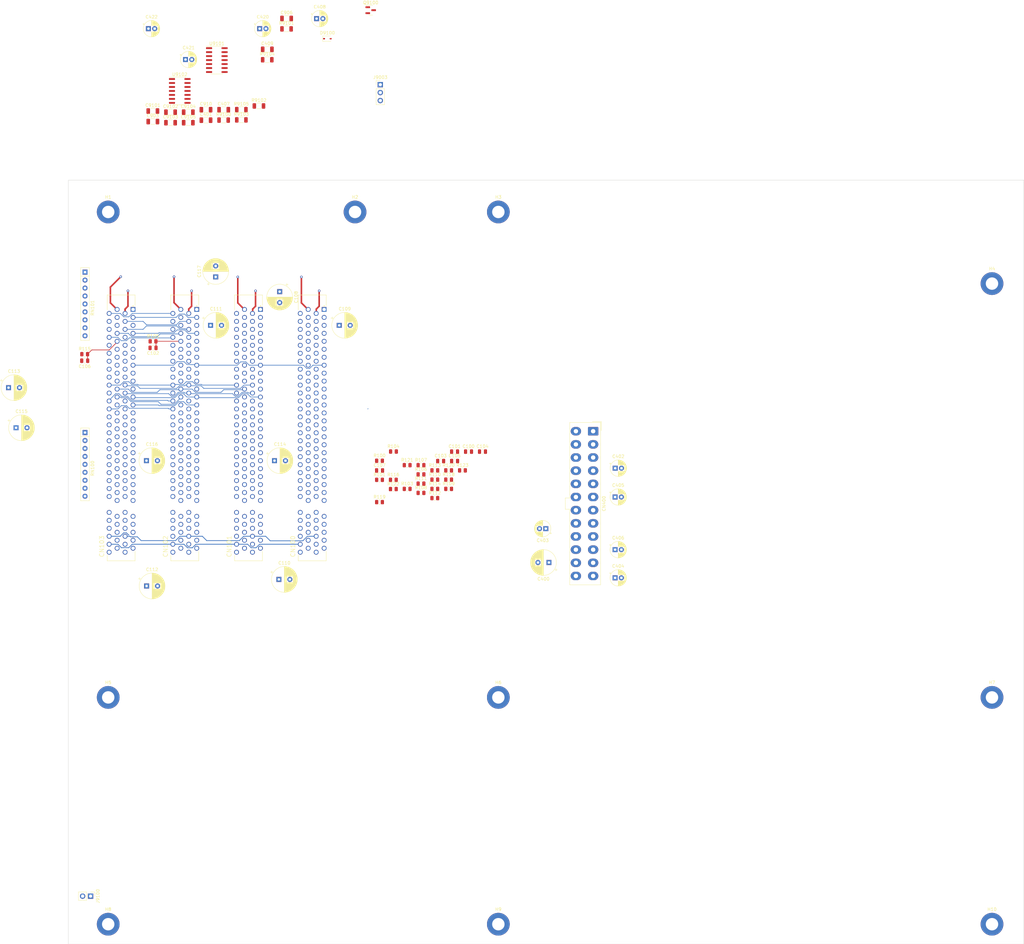
<source format=kicad_pcb>
(kicad_pcb (version 20221018) (generator pcbnew)
  (title_block (title "A2900") (date "2023-02-24") (rev "0"))
  (layers (0 "F.Cu" signal) (1 "In1.Cu" signal) (2 "In2.Cu" signal) (31 "B.Cu" signal) (34 "B.Paste" user) (35 "F.Paste" user) (36 "B.SilkS" user "B.Silkscreen") (37 "F.SilkS" user "F.Silkscreen") (38 "B.Mask" user) (39 "F.Mask" user) (44 "Edge.Cuts" user))
  (net 0 "")
  (net 1 "Net-(C100-Pad1)")
  (net 2 "GND")
  (net 3 "Net-(C101-Pad1)")
  (net 4 "Net-(C102-Pad1)")
  (net 5 "Net-(C103-Pad1)")
  (net 6 "Net-(C104-Pad1)")
  (net 7 "Net-(C105-Pad1)")
  (net 8 "Net-(C106-Pad1)")
  (net 9 "Net-(C107-Pad1)")
  (net 10 "+12V")
  (net 11 "+5V")
  (net 12 "+3V3")
  (net 13 "-12V")
  (net 14 "/Power and Spares/+5VSB")
  (net 15 "Net-(C9103-Pad1)")
  (net 16 "Net-(C9104-Pad1)")
  (net 17 "Net-(C9105-Pad1)")
  (net 18 "/PCI Bus/_TRST")
  (net 19 "/PCI Bus/TMS")
  (net 20 "/PCI Bus/TDI")
  (net 21 "_INTA")
  (net 22 "_INTC")
  (net 26 "_PRST")
  (net 27 "_BUSGRANT0")
  (net 29 "AD30")
  (net 30 "AD28")
  (net 31 "AD26")
  (net 32 "AD24")
  (net 33 "_IDSEL0")
  (net 34 "AD22")
  (net 35 "AD20")
  (net 36 "AD18")
  (net 37 "AD16")
  (net 38 "_FRAME")
  (net 39 "_TRDY")
  (net 40 "_STOP")
  (net 41 "Net-(CN100-PadA40)")
  (net 42 "Net-(CN100-PadA41)")
  (net 43 "_PARITY")
  (net 44 "AD15")
  (net 45 "AD13")
  (net 46 "AD11")
  (net 47 "/PCI Bus/AD09")
  (net 48 "_CBE0")
  (net 49 "/PCI Bus/AD06")
  (net 50 "/PCI Bus/AD04")
  (net 51 "/PCI Bus/AD02")
  (net 52 "/PCI Bus/AD00")
  (net 53 "/PCI Bus/_REQ0")
  (net 54 "/PCI Bus/TCK")
  (net 56 "_INTB")
  (net 57 "_INTD")
  (net 60 "CLKPCI")
  (net 61 "_BUSREQ0")
  (net 62 "AD31")
  (net 63 "AD29")
  (net 64 "AD27")
  (net 65 "AD25")
  (net 66 "_CBE3")
  (net 67 "AD23")
  (net 68 "AD21")
  (net 69 "AD19")
  (net 70 "AD17")
  (net 71 "_CBE2")
  (net 72 "_IRDY")
  (net 73 "_DEVSEL")
  (net 75 "_PERR")
  (net 76 "_SYSERR")
  (net 77 "_CBE1")
  (net 78 "AD14")
  (net 79 "AD12")
  (net 80 "AD10")
  (net 81 "/PCI Bus/AD08")
  (net 82 "/PCI Bus/AD07")
  (net 83 "/PCI Bus/AD05")
  (net 84 "/PCI Bus/AD03")
  (net 85 "/PCI Bus/AD01")
  (net 86 "/PCI Bus/_ACK64")
  (net 90 "_BUSGRANT1")
  (net 92 "_IDSEL1")
  (net 93 "Net-(CN101-PadA40)")
  (net 94 "Net-(CN101-PadA41)")
  (net 95 "/PCI Bus/_REQ1")
  (net 99 "_BUSREQ1")
  (net 104 "_BUSGRANT2")
  (net 106 "_IDSEL2")
  (net 107 "Net-(CN102-PadA40)")
  (net 108 "Net-(CN102-PadA41)")
  (net 109 "/PCI Bus/_REQ2")
  (net 113 "_BUSREQ2")
  (net 118 "_BUSGRANT3")
  (net 120 "_IDSEL3")
  (net 121 "Net-(CN103-PadA40)")
  (net 122 "Net-(CN103-PadA41)")
  (net 123 "/PCI Bus/_REQ3")
  (net 127 "_BUSREQ3")
  (net 130 "/Power and Spares/_PS-ON")
  (net 132 "Net-(D9100-Pad2)")
  (net 134 "Net-(Q9100-Pad1)")
  (net 135 "Net-(R9104-Pad2)")
  (net 136 "/PCI Bus/_SERR")
  (net 137 "/PCI Bus/_LOCK")
  (net 139 "Net-(U9101-Pad2)")
  (net 140 "Net-(U9101-Pad4)")
  (net 141 "Net-(U9101-Pad6)")
  (net 142 "Net-(U9101-Pad8)")
  (footprint "Resistor_THT:R_Array_SIP9" (layer "F.Cu") (at 132.3 166.925 -90)
    (fp_text reference "RN100")
    (fp_text value "2k7")
  )
  (footprint "Connector_PinHeader_2.54mm:PinHeader_1x03_P2.54mm_Vertical" (layer "F.Cu") (at 226.5 55.875)
    (fp_text reference "J9003")
    (fp_text value "Case Fan")
  )
  (footprint "A2900:PCI-5V" (layer "F.Cu") (at 143.8148 165.745)
    (fp_text reference "CN103")
    (fp_text value "PCI32-5V")
  )
  (footprint "Capacitor_THT:CP_Radial_D8.0mm_P3.50mm" (layer "F.Cu") (at 151.947349 215.9)
    (fp_text reference "C112")
    (fp_text value "220uF")
  )
  (footprint "Resistor_SMD:R_0805_2012Metric" (layer "F.Cu") (at 235.07 177.33)
    (fp_text reference "R121")
    (fp_text value "2k7")
  )
  (footprint "Resistor_SMD:R_0805_2012Metric" (layer "F.Cu") (at 230.7 172.98)
    (fp_text reference "R104")
    (fp_text value "2k7")
  )
  (footprint "Capacitor_SMD:C_1206_3216Metric" (layer "F.Cu") (at 159.592 68.02)
    (fp_text reference "C9103")
    (fp_text value "10uF")
  )
  (footprint "Capacitor_SMD:C_1206_3216Metric" (layer "F.Cu") (at 190.452 44.61)
    (fp_text reference "C409")
    (fp_text value "0.1uf")
  )
  (footprint "Resistor_SMD:R_0805_2012Metric" (layer "F.Cu") (at 252.71 179)
    (fp_text reference "R123")
    (fp_text value "2k7")
  )
  (footprint "Capacitor_SMD:C_0805_2012Metric" (layer "F.Cu") (at 226.27 179.03)
    (fp_text reference "C107")
    (fp_text value "0.01uF")
  )
  (footprint "Capacitor_SMD:C_1206_3216Metric" (layer "F.Cu") (at 196.612 34.76)
    (fp_text reference "C906")
    (fp_text value "0.1uf")
  )
  (footprint "Capacitor_SMD:C_0805_2012Metric" (layer "F.Cu") (at 245.75 176.02)
    (fp_text reference "C103")
    (fp_text value "0.01uF")
  )
  (footprint "A2900:MountingHole_Pad" (layer "F.Cu") (at 264.16 251.46)
    (fp_text reference "H6")
    (fp_text value "MountingHole_Pad")
  )
  (footprint "Capacitor_SMD:C_0805_2012Metric" (layer "F.Cu") (at 254.65 173.01)
    (fp_text reference "C100")
    (fp_text value "0.01uF")
  )
  (footprint "Capacitor_SMD:C_1206_3216Metric" (layer "F.Cu") (at 170.892 67.22)
    (fp_text reference "C401")
    (fp_text value "0.01uf")
  )
  (footprint "Capacitor_THT:CP_Radial_D5.0mm_P2.00mm" (layer "F.Cu") (at 301.434664 178.3)
    (fp_text reference "C402")
    (fp_text value "47uF")
  )
  (footprint "Resistor_SMD:R_0805_2012Metric" (layer "F.Cu") (at 226.25 182.01)
    (fp_text reference "R101")
    (fp_text value "2k7")
  )
  (footprint "A2900:MountingHole_Pad" (layer "F.Cu") (at 264.16 323.85)
    (fp_text reference "H9")
    (fp_text value "MountingHole_Pad")
  )
  (footprint "Resistor_SMD:R_0805_2012Metric" (layer "F.Cu") (at 239.48 180.28)
    (fp_text reference "R106")
    (fp_text value "2k7")
  )
  (footprint "Capacitor_SMD:C_0805_2012Metric" (layer "F.Cu") (at 250.2 176.02)
    (fp_text reference "C105")
    (fp_text value "0.01uF")
  )
  (footprint "Capacitor_SMD:C_1206_3216Metric" (layer "F.Cu") (at 153.942 64.31)
    (fp_text reference "C9101")
    (fp_text value "0.1uF")
  )
  (footprint "Diode_SMD:D_SOD-323" (layer "F.Cu") (at 209.612 41.21)
    (fp_text reference "D9100")
    (fp_text value "1N4148")
  )
  (footprint "Connector_Molex:Molex_Mini-Fit_Jr_5566-24A_2x12_P4.20mm_Vertical" (layer "F.Cu") (at 294.4 166.5 -90)
    (fp_text reference "CN400")
    (fp_text value "ATX-24")
  )
  (footprint "Capacitor_SMD:C_0805_2012Metric" (layer "F.Cu") (at 132.2 144 180)
    (fp_text reference "C106")
    (fp_text value "0.01uF")
  )
  (footprint "Capacitor_SMD:C_1206_3216Metric" (layer "F.Cu") (at 165.242 64.67)
    (fp_text reference "C9104")
    (fp_text value "10uF")
  )
  (footprint "Package_SO:SOIC-14_3.9x8.7mm_P1.27mm" (layer "F.Cu") (at 162.522 57.89)
    (fp_text reference "U9102")
    (fp_text value "74HCT74")
  )
  (footprint "Resistor_SMD:R_0805_2012Metric" (layer "F.Cu") (at 243.89 181.95)
    (fp_text reference "R110")
    (fp_text value "2k7")
  )
  (footprint "Capacitor_THT:CP_Radial_D5.0mm_P2.00mm" (layer "F.Cu") (at 164.357 47.86)
    (fp_text reference "C421")
    (fp_text value "47uF")
  )
  (footprint "Resistor_SMD:R_0805_2012Metric" (layer "F.Cu") (at 243.89 184.9)
    (fp_text reference "R114")
    (fp_text value "2k7")
  )
  (footprint "Capacitor_THT:CP_Radial_D5.0mm_P2.00mm" (layer "F.Cu") (at 301.4 213.3)
    (fp_text reference "C404")
    (fp_text value "47uF")
  )
  (footprint "Resistor_SMD:R_0805_2012Metric" (layer "F.Cu") (at 239.48 177.33)
    (fp_text reference "R107")
    (fp_text value "2k7")
  )
  (footprint "Capacitor_THT:CP_Radial_D8.0mm_P3.50mm" (layer "F.Cu") (at 213.4 132.7)
    (fp_text reference "C109")
    (fp_text value "220uF")
  )
  (footprint "A2900:MountingHole_Pad" (layer "F.Cu") (at 139.7 323.85)
    (fp_text reference "H8")
    (fp_text value "MountingHole_Pad")
  )
  (footprint "Package_TO_SOT_SMD:SOT-23" (layer "F.Cu") (at 223.442 32.11)
    (fp_text reference "Q9100")
    (fp_text value "MMBT3904")
  )
  (footprint "Resistor_SMD:R_0805_2012Metric" (layer "F.Cu") (at 154 137.8)
    (fp_text reference "R105")
    (fp_text value "2k7")
  )
  (footprint "Capacitor_THT:CP_Radial_D5.0mm_P2.00mm" (layer "F.Cu") (at 301.4 204.3)
    (fp_text reference "C406")
    (fp_text value "47uF")
  )
  (footprint "Resistor_SMD:R_0805_2012Metric" (layer "F.Cu") (at 239.48 186.18)
    (fp_text reference "R108")
    (fp_text value "2k7")
  )
  (footprint "Capacitor_SMD:C_1206_3216Metric" (layer "F.Cu") (at 153.942 67.66)
    (fp_text reference "C903")
    (fp_text value "0.1uf")
  )
  (footprint "Resistor_SMD:R_0805_2012Metric" (layer "F.Cu") (at 239.48 183.23)
    (fp_text reference "R111")
    (fp_text value "2k7")
  )
  (footprint "Resistor_SMD:R_0805_2012Metric" (layer "F.Cu") (at 230.66 184.96)
    (fp_text reference "R122")
    (fp_text value "2k7")
  )
  (footprint "Resistor_SMD:R_0805_2012Metric" (layer "F.Cu") (at 248.3 184.9)
    (fp_text reference "R109")
    (fp_text value "2k7")
  )
  (footprint "Capacitor_THT:CP_Radial_D8.0mm_P3.50mm" (layer "F.Cu") (at 194.4 121.947349 -90)
    (fp_text reference "C108")
    (fp_text value "220uF")
  )
  (footprint "Capacitor_THT:CP_Radial_D8.0mm_P3.50mm" (layer "F.Cu") (at 172.347349 132.7)
    (fp_text reference "C111")
    (fp_text value "220uF")
  )
  (footprint "Capacitor_SMD:C_0805_2012Metric" (layer "F.Cu") (at 259.1 173.01)
    (fp_text reference "C104")
    (fp_text value "0.01uF")
  )
  (footprint "Capacitor_SMD:C_1206_3216Metric" (layer "F.Cu") (at 165.242 68.02)
    (fp_text reference "C9105")
    (fp_text value "10uF")
  )
  (footprint "Connector_PinHeader_2.54mm:PinHeader_1x02_P2.54mm_Vertical" (layer "F.Cu") (at 134.075 314.9 -90)
    (fp_text reference "J9100")
    (fp_text value "POWER_SWITCH")
  )
  (footprint "Capacitor_SMD:C_0805_2012Metric" (layer "F.Cu") (at 250.2 173.01)
    (fp_text reference "C101")
    (fp_text value "0.01uF")
  )
  (footprint "Resistor_SMD:R_0805_2012Metric" (layer "F.Cu") (at 248.3 181.95)
    (fp_text reference "R118")
    (fp_text value "2k7")
  )
  (footprint "A2900:MountingHole_Pad" (layer "F.Cu") (at 218.44 96.52)
    (fp_text reference "H2")
    (fp_text value "MountingHole_Pad")
  )
  (footprint "Resistor_SMD:R_0805_2012Metric" (layer "F.Cu") (at 132.2 141.9)
    (fp_text reference "R115")
    (fp_text value "2k7")
  )
  (footprint "Resistor_SMD:R_0805_2012Metric" (layer "F.Cu") (at 235.07 184.9)
    (fp_text reference "R103")
    (fp_text value "2k7")
  )
  (footprint "Capacitor_THT:CP_Radial_D5.0mm_P2.00mm" (layer "F.Cu") (at 152.527 38.01)
    (fp_text reference "C422")
    (fp_text value "47uF")
  )
  (footprint "A2900:PCI-5V" (layer "F.Cu") (at 164.1348 165.745)
    (fp_text reference "CN102")
    (fp_text value "PCI32-5V")
  )
  (footprint "Resistor_SMD:R_1206_3216Metric" (layer "F.Cu") (at 187.782 62.68)
    (fp_text reference "R9102")
    (fp_text value "30k")
  )
  (footprint "Resistor_SMD:R_1206_3216Metric" (layer "F.Cu") (at 176.522 67.19)
    (fp_text reference "R9100")
    (fp_text value "30k")
  )
  (footprint "Capacitor_SMD:C_1206_3216Metric" (layer "F.Cu") (at 159.592 64.67)
    (fp_text reference "C9102")
    (fp_text value "0.1uF")
  )
  (footprint "Resistor_SMD:R_1206_3216Metric" (layer "F.Cu") (at 196.592 38.08)
    (fp_text reference "R9101")
    (fp_text value "6.2k")
  )
  (footprint "Capacitor_THT:CP_Radial_D8.0mm_P3.50mm" (layer "F.Cu") (at 151.9 175.9)
    (fp_text reference "C116")
    (fp_text value "220uF")
  )
  (footprint "Package_SO:SOIC-14_3.9x8.7mm_P1.27mm" (layer "F.Cu") (at 174.352 48.04)
    (fp_text reference "U9101")
    (fp_text value "74HCT14")
  )
  (footprint "A2900:MountingHole_Pad" (layer "F.Cu") (at 139.7 96.52)
    (fp_text reference "H1")
    (fp_text value "MountingHole_Pad")
  )
  (footprint "Resistor_SMD:R_0805_2012Metric" (layer "F.Cu") (at 243.89 179)
    (fp_text reference "R113")
    (fp_text value "2k7")
  )
  (footprint "Capacitor_SMD:C_1206_3216Metric" (layer "F.Cu") (at 176.542 63.87)
    (fp_text reference "C407")
    (fp_text value "0.01uf")
  )
  (footprint "A2900:PCI-5V" (layer "F.Cu") (at 204.7748 165.745)
    (fp_text reference "CN100")
    (fp_text value "PCI32-5V")
  )
  (footprint "Capacitor_THT:CP_Radial_D5.0mm_P2.00mm" (layer "F.Cu") (at 301.4 187.5)
    (fp_text reference "C405")
    (fp_text value "47uF")
  )
  (footprint "Capacitor_THT:CP_Radial_D8.0mm_P3.50mm" (layer "F.Cu") (at 110.3 165.4)
    (fp_text reference "C115")
    (fp_text value "220uF")
  )
  (footprint "Resistor_SMD:R_0805_2012Metric" (layer "F.Cu") (at 230.66 182.01)
    (fp_text reference "R116")
    (fp_text value "2k7")
  )
  (footprint "Capacitor_THT:CP_Radial_D5.0mm_P2.00mm" (layer "F.Cu") (at 279.3 197.6 180)
    (fp_text reference "C403")
    (fp_text value "47uF")
  )
  (footprint "Resistor_SMD:R_0805_2012Metric" (layer "F.Cu") (at 243.89 187.85)
    (fp_text reference "R112")
    (fp_text value "2k7")
  )
  (footprint "Resistor_THT:R_Array_SIP9" (layer "F.Cu") (at 132.3 115.725 -90)
    (fp_text reference "RN101")
    (fp_text value "2k7")
  )
  (footprint "Capacitor_THT:CP_Radial_D8.0mm_P3.50mm" (layer "F.Cu") (at 173.99 117.250969 90)
    (fp_text reference "C117")
    (fp_text value "220uF")
  )
  (footprint "Capacitor_THT:CP_Radial_D8.0mm_P3.50mm" (layer "F.Cu") (at 194.147349 213.8)
    (fp_text reference "C110")
    (fp_text value "220uF")
  )
  (footprint "Resistor_SMD:R_0805_2012Metric" (layer "F.Cu") (at 248.3 179)
    (fp_text reference "R120")
    (fp_text value "2k7")
  )
  (footprint "A2900:MountingHole_Pad" (layer "F.Cu") (at 421.64 251.46)
    (fp_text reference "H7")
    (fp_text value "MountingHole_Pad")
  )
  (footprint "Resistor_SMD:R_1206_3216Metric" (layer "F.Cu") (at 190.432 47.93)
    (fp_text reference "R9104")
    (fp_text value "4.7k")
  )
  (footprint "Capacitor_SMD:C_1206_3216Metric" (layer "F.Cu") (at 170.892 63.87)
    (fp_text reference "C910")
    (fp_text value "0.1uf")
  )
  (footprint "Resistor_SMD:R_1206_3216Metric" (layer "F.Cu") (at 182.172 67.13)
    (fp_text reference "R9103")
    (fp_text value "47k")
  )
  (footprint "A2900:MountingHole_Pad" (layer "F.Cu") (at 421.64 119.38)
    (fp_text reference "H4")
    (fp_text value "MountingHole_Pad")
  )
  (footprint "A2900:MountingHole_Pad" (layer "F.Cu") (at 139.7 251.46)
    (fp_text reference "H5")
    (fp_text value "MountingHole_Pad")
  )
  (footprint "Resistor_SMD:R_0805_2012Metric" (layer "F.Cu") (at 226.25 189.13)
    (fp_text reference "R119")
    (fp_text value "2k7")
  )
  (footprint "A2900:PCI-5V" (layer "F.Cu") (at 184.4548 165.745)
    (fp_text reference "CN101")
    (fp_text value "PCI32-5V")
  )
  (footprint "A2900:MountingHole_Pad" (layer "F.Cu") (at 264.16 96.52)
    (fp_text reference "H3")
    (fp_text value "MountingHole_Pad")
  )
  (footprint "Resistor_SMD:R_1206_3216Metric" (layer "F.Cu") (at 182.172 63.84)
    (fp_text reference "R9105")
    (fp_text value "30k")
  )
  (footprint "Capacitor_THT:CP_Radial_D5.0mm_P2.00mm" (layer "F.Cu") (at 188.017 38.01)
    (fp_text reference "C420")
    (fp_text value "47uF")
  )
  (footprint "Resistor_SMD:R_0805_2012Metric" (layer "F.Cu") (at 226.25 175.93)
    (fp_text reference "R100")
    (fp_text value "2k7")
  )
  (footprint "Capacitor_SMD:C_0805_2012Metric" (layer "F.Cu") (at 154 139.9 180)
    (fp_text reference "C102")
    (fp_text value "0.01uF")
  )
  (footprint "Capacitor_THT:CP_Radial_D5.0mm_P2.00mm" (layer "F.Cu") (at 206.177 34.81)
    (fp_text reference "C408")
    (fp_text value "47uF")
  )
  (footprint "Capacitor_THT:CP_Radial_D8.0mm_P3.50mm" (layer "F.Cu") (at 192.747349 175.9)
    (fp_text reference "C114")
    (fp_text value "220uF")
  )
  (footprint "Capacitor_THT:CP_Radial_D8.0mm_P3.50mm" (layer "F.Cu") (at 280.3 208.4 180)
    (fp_text reference "C400")
    (fp_text value "220uF")
  )
  (footprint "Capacitor_THT:CP_Radial_D8.0mm_P3.50mm" (layer "F.Cu") (at 107.9 152.6)
    (fp_text reference "C113")
    (fp_text value "220uF")
  )
  (footprint "A2900:MountingHole_Pad" (layer "F.Cu") (at 421.64 323.85)
    (fp_text reference "H10")
    (fp_text value "MountingHole_Pad")
  )
  (gr_rect locked (start 127 86.36) (end 431.8 330.2) (stroke (width 0.1)) (fill none) (layer "Edge.Cuts"))
  (segment (start 154.9175 137.795) (end 162.8648 137.795) (width 0.2) (layer "F.Cu") (net 4))
  (segment (start 154.95 139.9) (end 154.95 137.8375) (width 0.2) (layer "F.Cu") (net 4))
  (segment (start 154.9125 137.8) (end 154.9175 137.795) (width 0.2) (layer "F.Cu") (net 4))
  (segment (start 154.95 137.8375) (end 154.9125 137.8) (width 0.2) (layer "F.Cu") (net 4))
  (segment (start 142.5448 137.795) (end 142.5448 138.031138) (width 0.2) (layer "F.Cu") (net 8))
  (segment (start 134.4625 140.55) (end 133.1125 141.9) (width 0.2) (layer "F.Cu") (net 8))
  (segment (start 142.5448 138.031138) (end 140.025938 140.55) (width 0.2) (layer "F.Cu") (net 8))
  (segment (start 133.1125 141.9) (end 133.1125 143.9625) (width 0.2) (layer "F.Cu") (net 8))
  (segment (start 140.025938 140.55) (end 134.4625 140.55) (width 0.2) (layer "F.Cu") (net 8))
  (segment (start 133.1125 143.9625) (end 133.15 144) (width 0.2) (layer "F.Cu") (net 8))
  (segment (start 166.3 126.6) (end 166.3 121.7) (width 0.5) (layer "F.Cu") (net 10))
  (segment (start 185.7848 128.905) (end 185.7848 127.5152) (width 0.5) (layer "F.Cu") (net 10))
  (segment (start 146 126.6) (end 146 121.7) (width 0.5) (layer "F.Cu") (net 10))
  (segment (start 165.3848 128.905) (end 165.3848 127.5152) (width 0.5) (layer "F.Cu") (net 10))
  (segment (start 186.7 126.6) (end 186.7 121.7) (width 0.5) (layer "F.Cu") (net 10))
  (segment (start 207 126.6) (end 207 121.7) (width 0.5) (layer "F.Cu") (net 10))
  (segment (start 206.0848 128.905) (end 206.0848 127.5152) (width 0.5) (layer "F.Cu") (net 10))
  (segment (start 206.0848 127.5152) (end 207 126.6) (width 0.5) (layer "F.Cu") (net 10))
  (segment (start 145.0848 127.5152) (end 146 126.6) (width 0.5) (layer "F.Cu") (net 10))
  (segment (start 185.7848 127.5152) (end 186.7 126.6) (width 0.5) (layer "F.Cu") (net 10))
  (segment (start 145.0848 128.905) (end 145.0848 127.5152) (width 0.5) (layer "F.Cu") (net 10))
  (segment (start 165.3848 127.5152) (end 166.3 126.6) (width 0.5) (layer "F.Cu") (net 10))
  (via (at 186.7 121.7) (size 0.8) (drill 0.4) (layers "F.Cu" "B.Cu") (net 10))
  (via (at 166.3 121.7) (size 0.8) (drill 0.4) (layers "F.Cu" "B.Cu") (net 10))
  (via (at 146 121.7) (size 0.8) (drill 0.4) (layers "F.Cu" "B.Cu") (net 10))
  (via (at 207 121.7) (size 0.8) (drill 0.4) (layers "F.Cu" "B.Cu") (net 10))
  (segment (start 183.2 127.7) (end 181.0352 125.5352) (width 0.5) (layer "F.Cu") (net 13))
  (segment (start 203.5 127.7) (end 201.3352 125.5352) (width 0.5) (layer "F.Cu") (net 13))
  (segment (start 140.4 120.5) (end 143.7 117.2) (width 0.5) (layer "F.Cu") (net 13))
  (segment (start 142.5648 127.6999) (end 140.4 125.5351) (width 0.5) (layer "F.Cu") (net 13))
  (segment (start 160.7 125.4702) (end 160.7 117.2) (width 0.5) (layer "F.Cu") (net 13))
  (segment (start 201.3352 125.5352) (end 201.3352 117.265) (width 0.5) (layer "F.Cu") (net 13))
  (segment (start 162.8648 127.635) (end 160.7 125.4702) (width 0.5) (layer "F.Cu") (net 13))
  (segment (start 140.4 125.5351) (end 140.4 123.5) (width 0.5) (layer "F.Cu") (net 13))
  (segment (start 181.0352 125.5352) (end 181.0352 117.265) (width 0.5) (layer "F.Cu") (net 13))
  (segment (start 140.4 123.5) (end 140.4 120.5) (width 0.5) (layer "F.Cu") (net 13))
  (via (at 143.7 117.2) (size 0.8) (drill 0.4) (layers "F.Cu" "B.Cu") (net 13))
  (via (at 181.0352 117.265) (size 0.8) (drill 0.4) (layers "F.Cu" "B.Cu") (net 13))
  (via (at 201.3352 117.265) (size 0.8) (drill 0.4) (layers "F.Cu" "B.Cu") (net 13))
  (via (at 160.7 117.2) (size 0.8) (drill 0.4) (layers "F.Cu" "B.Cu") (net 13))
  (segment (start 162.423662 129.11) (end 164.103662 129.11) (width 0.2) (layer "B.Cu") (net 19))
  (segment (start 165.168662 130.175) (end 167.9448 130.175) (width 0.2) (layer "B.Cu") (net 19))
  (segment (start 147.6248 130.175) (end 161.358662 130.175) (width 0.2) (layer "B.Cu") (net 19))
  (segment (start 161.358662 130.175) (end 162.423662 129.11) (width 0.2) (layer "B.Cu") (net 19))
  (segment (start 164.103662 129.11) (end 165.168662 130.175) (width 0.2) (layer "B.Cu") (net 19))
  (segment (start 150.845 131.445) (end 145.0848 131.445) (width 0.2) (layer "B.Cu") (net 20))
  (segment (start 162.555 131.445) (end 161.49 132.51) (width 0.2) (layer "B.Cu") (net 20))
  (segment (start 161.49 132.51) (end 151.91 132.51) (width 0.2) (layer "B.Cu") (net 20))
  (segment (start 165.4048 131.445) (end 162.555 131.445) (width 0.2) (layer "B.Cu") (net 20))
  (segment (start 151.91 132.51) (end 150.845 131.445) (width 0.2) (layer "B.Cu") (net 20))
  (segment (start 150.815 133.985) (end 145.0848 133.985) (width 0.2) (layer "B.Cu") (net 21))
  (segment (start 151.89 132.91) (end 150.815 133.985) (width 0.2) (layer "B.Cu") (net 21))
  (segment (start 164.485 133.985) (end 164.28 133.78) (width 0.2) (layer "B.Cu") (net 21))
  (segment (start 162.423662 133.78) (end 161.553662 132.91) (width 0.2) (layer "B.Cu") (net 21))
  (segment (start 161.553662 132.91) (end 151.89 132.91) (width 0.2) (layer "B.Cu") (net 21))
  (segment (start 164.28 133.78) (end 162.423662 133.78) (width 0.2) (layer "B.Cu") (net 21))
  (segment (start 165.4048 133.985) (end 164.485 133.985) (width 0.2) (layer "B.Cu") (net 21))
  (segment (start 161.635938 134.18) (end 160.765938 135.05) (width 0.2) (layer "B.Cu") (net 22))
  (segment (start 167.9448 135.255) (end 165.168662 135.255) (width 0.2) (layer "B.Cu") (net 22))
  (segment (start 151.255 135.255) (end 147.6248 135.255) (width 0.2) (layer "B.Cu") (net 22))
  (segment (start 155.95 135.05) (end 155.745 135.255) (width 0.2) (layer "B.Cu") (net 22))
  (segment (start 165.168662 135.255) (end 164.093662 134.18) (width 0.2) (layer "B.Cu") (net 22))
  (segment (start 155.745 135.255) (end 151.255 135.255) (width 0.2) (layer "B.Cu") (net 22))
  (segment (start 164.093662 134.18) (end 161.635938 134.18) (width 0.2) (layer "B.Cu") (net 22))
  (segment (start 160.765938 135.05) (end 155.95 135.05) (width 0.2) (layer "B.Cu") (net 22))
  (segment (start 201.998662 145.425) (end 203.073662 146.5) (width 0.2) (layer "B.Cu") (net 26))
  (segment (start 167.7498 145.23) (end 164.83 145.23) (width 0.2) (layer "B.Cu") (net 26))
  (segment (start 181.945938 144.36) (end 180.880938 145.425) (width 0.2) (layer "B.Cu") (net 26))
  (segment (start 188.2648 145.425) (end 184.690938 145.425) (width 0.2) (layer "B.Cu") (net 26))
  (segment (start 164.83 145.23) (end 163.9 144.3) (width 0.2) (layer "B.Cu") (net 26))
  (segment (start 161.685938 144.3) (end 163.9 144.3) (width 0.2) (layer "B.Cu") (net 26))
  (segment (start 160.560938 145.425) (end 161.685938 144.3) (width 0.2) (layer "B.Cu") (net 26))
  (segment (start 203.073662 146.5) (end 203.935938 146.5) (width 0.2) (layer "B.Cu") (net 26))
  (segment (start 188.2648 145.425) (end 201.998662 145.425) (width 0.2) (layer "B.Cu") (net 26))
  (segment (start 205.010938 145.425) (end 208.5848 145.425) (width 0.2) (layer "B.Cu") (net 26))
  (segment (start 184.690938 145.425) (end 183.625938 144.36) (width 0.2) (layer "B.Cu") (net 26))
  (segment (start 203.935938 146.5) (end 205.010938 145.425) (width 0.2) (layer "B.Cu") (net 26))
  (segment (start 147.6248 145.425) (end 160.560938 145.425) (width 0.2) (layer "B.Cu") (net 26))
  (segment (start 167.9448 145.425) (end 167.7498 145.23) (width 0.2) (layer "B.Cu") (net 26))
  (segment (start 183.625938 144.36) (end 181.945938 144.36) (width 0.2) (layer "B.Cu") (net 26))
  (segment (start 180.880938 145.425) (end 167.9448 145.425) (width 0.2) (layer "B.Cu") (net 26))
  (segment (start 169.324314 151.98) (end 170.184314 152.84) (width 0.2) (layer "B.Cu") (net 29))
  (segment (start 145.2898 151.98) (end 148.974314 151.98) (width 0.2) (layer "B.Cu") (net 29))
  (segment (start 165.4348 151.775) (end 165.6398 151.98) (width 0.2) (layer "B.Cu") (net 29))
  (segment (start 164.08 151.98) (end 164.285 151.775) (width 0.2) (layer "B.Cu") (net 29))
  (segment (start 182.978662 151.775) (end 185.7548 151.775) (width 0.2) (layer "B.Cu") (net 29))
  (segment (start 181.913662 152.84) (end 182.978662 151.775) (width 0.2) (layer "B.Cu") (net 29))
  (segment (start 145.0848 151.775) (end 145.2898 151.98) (width 0.2) (layer "B.Cu") (net 29))
  (segment (start 148.974314 151.98) (end 149.834314 152.84) (width 0.2) (layer "B.Cu") (net 29))
  (segment (start 149.834314 152.84) (end 161.563662 152.84) (width 0.2) (layer "B.Cu") (net 29))
  (segment (start 164.285 151.775) (end 165.4048 151.775) (width 0.2) (layer "B.Cu") (net 29))
  (segment (start 165.6398 151.98) (end 169.324314 151.98) (width 0.2) (layer "B.Cu") (net 29))
  (segment (start 161.563662 152.84) (end 162.423662 151.98) (width 0.2) (layer "B.Cu") (net 29))
  (segment (start 170.184314 152.84) (end 181.913662 152.84) (width 0.2) (layer "B.Cu") (net 29))
  (segment (start 162.423662 151.98) (end 164.08 151.98) (width 0.2) (layer "B.Cu") (net 29))
  (segment (start 184.445 154.315) (end 185.7548 154.315) (width 0.2) (layer "B.Cu") (net 30))
  (segment (start 165.6298 154.51) (end 179.363662 154.51) (width 0.2) (layer "B.Cu") (net 30))
  (segment (start 165.4348 154.315) (end 165.6298 154.51) (width 0.2) (layer "B.Cu") (net 30))
  (segment (start 184.24 154.11) (end 184.445 154.315) (width 0.2) (layer "B.Cu") (net 30))
  (segment (start 160.765938 155.38) (end 162.035938 154.11) (width 0.2) (layer "B.Cu") (net 30))
  (segment (start 164.095 154.315) (end 165.4048 154.315) (width 0.2) (layer "B.Cu") (net 30))
  (segment (start 159.013662 154.51) (end 159.883662 155.38) (width 0.2) (layer "B.Cu") (net 30))
  (segment (start 163.89 154.11) (end 164.095 154.315) (width 0.2) (layer "B.Cu") (net 30))
  (segment (start 145.2798 154.51) (end 159.013662 154.51) (width 0.2) (layer "B.Cu") (net 30))
  (segment (start 181.115938 155.38) (end 182.385938 154.11) (width 0.2) (layer "B.Cu") (net 30))
  (segment (start 182.385938 154.11) (end 184.24 154.11) (width 0.2) (layer "B.Cu") (net 30))
  (segment (start 159.883662 155.38) (end 160.765938 155.38) (width 0.2) (layer "B.Cu") (net 30))
  (segment (start 180.233662 155.38) (end 181.115938 155.38) (width 0.2) (layer "B.Cu") (net 30))
  (segment (start 162.035938 154.11) (end 163.89 154.11) (width 0.2) (layer "B.Cu") (net 30))
  (segment (start 179.363662 154.51) (end 180.233662 155.38) (width 0.2) (layer "B.Cu") (net 30))
  (segment (start 145.0848 154.315) (end 145.2798 154.51) (width 0.2) (layer "B.Cu") (net 30))
  (segment (start 184.084314 154.52) (end 185.149314 155.585) (width 0.2) (layer "B.Cu") (net 31))
  (segment (start 185.149314 155.585) (end 188.2948 155.585) (width 0.2) (layer "B.Cu") (net 31))
  (segment (start 160.931624 155.78) (end 162.191624 154.52) (width 0.2) (layer "B.Cu") (net 31))
  (segment (start 182.541624 154.52) (end 184.084314 154.52) (width 0.2) (layer "B.Cu") (net 31))
  (segment (start 181.281624 155.78) (end 182.541624 154.52) (width 0.2) (layer "B.Cu") (net 31))
  (segment (start 163.734314 154.52) (end 164.799314 155.585) (width 0.2) (layer "B.Cu") (net 31))
  (segment (start 147.6248 155.585) (end 147.8198 155.78) (width 0.2) (layer "B.Cu") (net 31))
  (segment (start 168.1698 155.78) (end 181.281624 155.78) (width 0.2) (layer "B.Cu") (net 31))
  (segment (start 147.8198 155.78) (end 160.931624 155.78) (width 0.2) (layer "B.Cu") (net 31))
  (segment (start 164.799314 155.585) (end 167.9448 155.585) (width 0.2) (layer "B.Cu") (net 31))
  (segment (start 167.9748 155.585) (end 168.1698 155.78) (width 0.2) (layer "B.Cu") (net 31))
  (segment (start 162.191624 154.52) (end 163.734314 154.52) (width 0.2) (layer "B.Cu") (net 31))
  (segment (start 163.76 157.06) (end 162.191624 157.06) (width 0.2) (layer "B.Cu") (net 32))
  (segment (start 155.725 158.125) (end 155.93 158.33) (width 0.2) (layer "B.Cu") (net 32))
  (segment (start 160.921624 158.33) (end 155.93 158.33) (width 0.2) (layer "B.Cu") (net 32))
  (segment (start 162.191624 157.06) (end 160.921624 158.33) (width 0.2) (layer "B.Cu") (net 32))
  (segment (start 167.9448 158.125) (end 164.825 158.125) (width 0.2) (layer "B.Cu") (net 32))
  (segment (start 147.6248 158.125) (end 155.725 158.125) (width 0.2) (layer "B.Cu") (net 32))
  (segment (start 164.825 158.125) (end 163.76 157.06) (width 0.2) (layer "B.Cu") (net 32))
  (segment (start 222.505 159.395) (end 222.6 159.3) (width 0.2) (layer "B.Cu") (net 33))
  (segment (start 162.565 200.035) (end 161.2 201.4) (width 0.25) (layer "B.Cu") (net 52))
  (segment (start 149.015 200.215) (end 146.785 200.215) (width 0.25) (layer "B.Cu") (net 52))
  (segment (start 189.935 200.035) (end 185.7248 200.035) (width 0.25) (layer "B.Cu") (net 52))
  (segment (start 201.783307 201.485) (end 191.385 201.485) (width 0.25) (layer "B.Cu") (net 52))
  (segment (start 150.2 201.4) (end 149.015 200.215) (width 0.25) (layer "B.Cu") (net 52))
  (segment (start 185.7248 200.035) (end 182.913307 200.035) (width 0.25) (layer "B.Cu") (net 52))
  (segment (start 161.2 201.4) (end 150.2 201.4) (width 0.25) (layer "B.Cu") (net 52))
  (segment (start 181.548307 201.4) (end 171.1 201.4) (width 0.25) (layer "B.Cu") (net 52))
  (segment (start 169.735 200.035) (end 165.4048 200.035) (width 0.25) (layer "B.Cu") (net 52))
  (segment (start 146.785 200.215) (end 146.605 200.035) (width 0.25) (layer "B.Cu") (net 52))
  (segment (start 206.0448 200.035) (end 203.233307 200.035) (width 0.25) (layer "B.Cu") (net 52))
  (segment (start 165.4048 200.035) (end 162.565 200.035) (width 0.25) (layer "B.Cu") (net 52))
  (segment (start 203.233307 200.035) (end 201.783307 201.485) (width 0.25) (layer "B.Cu") (net 52))
  (segment (start 191.385 201.485) (end 189.935 200.035) (width 0.25) (layer "B.Cu") (net 52))
  (segment (start 182.913307 200.035) (end 181.548307 201.4) (width 0.25) (layer "B.Cu") (net 52))
  (segment (start 171.1 201.4) (end 169.735 200.035) (width 0.25) (layer "B.Cu") (net 52))
  (segment (start 146.605 200.035) (end 145.0848 200.035) (width 0.25) (layer "B.Cu") (net 52))
  (segment (start 146.323662 129.97) (end 147.388662 128.905) (width 0.2) (layer "B.Cu") (net 54))
  (segment (start 140.0048 128.905) (end 143.578662 128.905) (width 0.2) (layer "B.Cu") (net 54))
  (segment (start 147.388662 128.905) (end 160.3248 128.905) (width 0.2) (layer "B.Cu") (net 54))
  (segment (start 144.643662 129.97) (end 146.323662 129.97) (width 0.2) (layer "B.Cu") (net 54))
  (segment (start 143.578662 128.905) (end 144.643662 129.97) (width 0.2) (layer "B.Cu") (net 54))
  (segment (start 147.183662 136.32) (end 155.38 136.32) (width 0.2) (layer "B.Cu") (net 56))
  (segment (start 156.25 135.45) (end 155.38 136.32) (width 0.2) (layer "B.Cu") (net 56))
  (segment (start 146.118662 135.255) (end 147.183662 136.32) (width 0.2) (layer "B.Cu") (net 56))
  (segment (start 142.5448 135.255) (end 146.118662 135.255) (width 0.2) (layer "B.Cu") (net 56))
  (segment (start 162.6698 135.45) (end 156.25 135.45) (width 0.2) (layer "B.Cu") (net 56))
  (segment (start 162.8648 135.255) (end 162.6698 135.45) (width 0.2) (layer "B.Cu") (net 56))
  (segment (start 146.395938 136.72) (end 145.525938 137.59) (width 0.2) (layer "B.Cu") (net 57))
  (segment (start 160.3248 136.525) (end 160.1298 136.72) (width 0.2) (layer "B.Cu") (net 57))
  (segment (start 160.1298 136.72) (end 146.395938 136.72) (width 0.2) (layer "B.Cu") (net 57))
  (segment (start 143.845938 137.59) (end 142.780938 136.525) (width 0.2) (layer "B.Cu") (net 57))
  (segment (start 145.525938 137.59) (end 143.845938 137.59) (width 0.2) (layer "B.Cu") (net 57))
  (segment (start 142.780938 136.525) (end 140.0048 136.525) (width 0.2) (layer "B.Cu") (net 57))
  (segment (start 146.323662 150.71) (end 147.183662 151.57) (width 0.2) (layer "B.Cu") (net 62))
  (segment (start 143.578662 151.775) (end 144.643662 150.71) (width 0.2) (layer "B.Cu") (net 62))
  (segment (start 169.48 151.57) (end 169.685 151.775) (width 0.2) (layer "B.Cu") (net 62))
  (segment (start 160.5198 151.58) (end 163.72 151.58) (width 0.2) (layer "B.Cu") (net 62))
  (segment (start 144.643662 150.71) (end 146.323662 150.71) (width 0.2) (layer "B.Cu") (net 62))
  (segment (start 140.0048 151.775) (end 143.578662 151.775) (width 0.2) (layer "B.Cu") (net 62))
  (segment (start 167.533662 151.57) (end 169.48 151.57) (width 0.2) (layer "B.Cu") (net 62))
  (segment (start 147.183662 151.57) (end 149.13 151.57) (width 0.2) (layer "B.Cu") (net 62))
  (segment (start 160.3248 151.775) (end 160.5198 151.58) (width 0.2) (layer "B.Cu") (net 62))
  (segment (start 149.335 151.775) (end 160.3248 151.775) (width 0.2) (layer "B.Cu") (net 62))
  (segment (start 166.673662 150.71) (end 167.533662 151.57) (width 0.2) (layer "B.Cu") (net 62))
  (segment (start 149.13 151.57) (end 149.335 151.775) (width 0.2) (layer "B.Cu") (net 62))
  (segment (start 164.59 150.71) (end 166.673662 150.71) (width 0.2) (layer "B.Cu") (net 62))
  (segment (start 169.685 151.775) (end 180.6748 151.775) (width 0.2) (layer "B.Cu") (net 62))
  (segment (start 163.72 151.58) (end 164.59 150.71) (width 0.2) (layer "B.Cu") (net 62))
  (segment (start 147.183662 154.11) (end 155.33 154.11) (width 0.2) (layer "B.Cu") (net 63))
  (segment (start 167.533662 154.11) (end 175.68 154.11) (width 0.2) (layer "B.Cu") (net 63))
  (segment (start 142.5448 153.045) (end 146.118662 153.045) (width 0.2) (layer "B.Cu") (net 63))
  (segment (start 162.8948 153.045) (end 166.468662 153.045) (width 0.2) (layer "B.Cu") (net 63))
  (segment (start 166.468662 153.045) (end 167.533662 154.11) (width 0.2) (layer "B.Cu") (net 63))
  (segment (start 175.68 154.11) (end 176.55 153.24) (width 0.2) (layer "B.Cu") (net 63))
  (segment (start 156.2 153.24) (end 162.6698 153.24) (width 0.2) (layer "B.Cu") (net 63))
  (segment (start 146.118662 153.045) (end 147.183662 154.11) (width 0.2) (layer "B.Cu") (net 63))
  (segment (start 176.55 153.24) (end 183.0198 153.24) (width 0.2) (layer "B.Cu") (net 63))
  (segment (start 162.6698 153.24) (end 162.8648 153.045) (width 0.2) (layer "B.Cu") (net 63))
  (segment (start 155.33 154.11) (end 156.2 153.24) (width 0.2) (layer "B.Cu") (net 63))
  (segment (start 183.0198 153.24) (end 183.2148 153.045) (width 0.2) (layer "B.Cu") (net 63))
  (segment (start 146.984314 157.05) (end 155.65 157.05) (width 0.2) (layer "B.Cu") (net 64))
  (segment (start 142.5448 155.585) (end 143.585 155.585) (width 0.2) (layer "B.Cu") (net 64))
  (segment (start 145.724314 155.79) (end 146.984314 157.05) (width 0.2) (layer "B.Cu") (net 64))
  (segment (start 143.79 155.79) (end 145.724314 155.79) (width 0.2) (layer "B.Cu") (net 64))
  (segment (start 155.65 157.05) (end 156.52 157.92) (width 0.2) (layer "B.Cu") (net 64))
  (segment (start 160.765938 157.92) (end 162.8648 155.821138) (width 0.2) (layer "B.Cu") (net 64))
  (segment (start 162.8648 155.821138) (end 162.8648 155.585) (width 0.2) (layer "B.Cu") (net 64))
  (segment (start 156.52 157.92) (end 160.765938 157.92) (width 0.2) (layer "B.Cu") (net 64))
  (segment (start 162.8648 155.585) (end 162.6598 155.79) (width 0.2) (layer "B.Cu") (net 64))
  (segment (start 143.585 155.585) (end 143.79 155.79) (width 0.2) (layer "B.Cu") (net 64))
  (segment (start 147.15 156.65) (end 158.65 156.65) (width 0.2) (layer "B.Cu") (net 65))
  (segment (start 143.12 154.52) (end 143.99 155.39) (width 0.2) (layer "B.Cu") (net 65))
  (segment (start 158.65 156.65) (end 158.855 156.855) (width 0.2) (layer "B.Cu") (net 65))
  (segment (start 145.889999 155.39) (end 147.15 156.65) (width 0.2) (layer "B.Cu") (net 65))
  (segment (start 143.99 155.39) (end 145.889999 155.39) (width 0.2) (layer "B.Cu") (net 65))
  (segment (start 142.08 154.52) (end 143.12 154.52) (width 0.2) (layer "B.Cu") (net 65))
  (segment (start 140.0048 156.855) (end 140.0048 156.5952) (width 0.2) (layer "B.Cu") (net 65))
  (segment (start 158.855 156.855) (end 160.3248 156.855) (width 0.2) (layer "B.Cu") (net 65))
  (segment (start 140.0048 156.5952) (end 142.08 154.52) (width 0.2) (layer "B.Cu") (net 65))
  (segment (start 146.385938 159.19) (end 158.9 159.19) (width 0.2) (layer "B.Cu") (net 66))
  (segment (start 142.805 159.395) (end 143.87 158.33) (width 0.2) (layer "B.Cu") (net 66))
  (segment (start 159.105 159.395) (end 160.3248 159.395) (width 0.2) (layer "B.Cu") (net 66))
  (segment (start 140.0048 159.395) (end 142.805 159.395) (width 0.2) (layer "B.Cu") (net 66))
  (segment (start 158.9 159.19) (end 159.105 159.395) (width 0.2) (layer "B.Cu") (net 66))
  (segment (start 145.525938 158.33) (end 146.385938 159.19) (width 0.2) (layer "B.Cu") (net 66))
  (segment (start 143.87 158.33) (end 145.525938 158.33) (width 0.2) (layer "B.Cu") (net 66))
  (segment (start 145.536293 198.945) (end 146.176293 199.585) (width 0.25) (layer "B.Cu") (net 85))
  (segment (start 140.0048 200.035) (end 143.543307 200.035) (width 0.25) (layer "B.Cu") (net 85))
  (segment (start 143.543307 200.035) (end 144.633307 198.945) (width 0.25) (layer "B.Cu") (net 85))
  (segment (start 146.176293 199.585) (end 146.3 199.585) (width 0.25) (layer "B.Cu") (net 85))
  (segment (start 144.633307 198.945) (end 145.536293 198.945) (width 0.25) (layer "B.Cu") (net 85))
  (segment (start 184.183307 202.575) (end 185.308307 203.7) (width 0.25) (layer "B.Cu") (net 86))
  (segment (start 147.353307 202.575) (end 160.3248 202.575) (width 0.25) (layer "B.Cu") (net 86))
  (segment (start 140.0048 202.575) (end 142.816293 202.575) (width 0.25) (layer "B.Cu") (net 86))
  (segment (start 142.816293 202.575) (end 143.906293 203.665) (width 0.25) (layer "B.Cu") (net 86))
  (segment (start 167.673307 202.575) (end 180.6448 202.575) (width 0.25) (layer "B.Cu") (net 86))
  (segment (start 143.906293 203.665) (end 146.263307 203.665) (width 0.25) (layer "B.Cu") (net 86))
  (segment (start 164.988307 203.7) (end 166.548307 203.7) (width 0.25) (layer "B.Cu") (net 86))
  (segment (start 187.993307 202.575) (end 200.9648 202.575) (width 0.25) (layer "B.Cu") (net 86))
  (segment (start 180.6448 202.575) (end 184.183307 202.575) (width 0.25) (layer "B.Cu") (net 86))
  (segment (start 166.548307 203.7) (end 167.673307 202.575) (width 0.25) (layer "B.Cu") (net 86))
  (segment (start 185.308307 203.7) (end 186.868307 203.7) (width 0.25) (layer "B.Cu") (net 86))
  (segment (start 146.263307 203.665) (end 147.353307 202.575) (width 0.25) (layer "B.Cu") (net 86))
  (segment (start 160.3248 202.575) (end 163.863307 202.575) (width 0.25) (layer "B.Cu") (net 86))
  (segment (start 163.863307 202.575) (end 164.988307 203.7) (width 0.25) (layer "B.Cu") (net 86))
  (segment (start 186.868307 203.7) (end 187.993307 202.575) (width 0.25) (layer "B.Cu") (net 86))
  (segment (start 145.0848 159.395) (end 145.2798 159.59) (width 0.2) (layer "B.Cu") (net 120))
)
</source>
